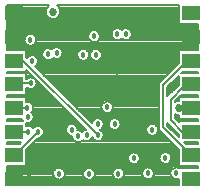
<source format=gbl>
G04 DipTrace Beta 2.3.5.2*
%INsubMicroLRS.GBL*%
%MOIN*%
%ADD13C,0.008*%
%ADD14C,0.005*%
%ADD15C,0.015*%
%ADD18C,0.007*%
%ADD30R,0.0591X0.0512*%
%ADD32C,0.018*%
%ADD34C,0.027*%
%ADD35C,0.03*%
%FSLAX44Y44*%
G04*
G70*
G90*
G75*
G01*
%LNBottom*%
%LPD*%
X3188Y1812D2*
D13*
X695Y4305D1*
X384D1*
X950Y3550D2*
X384D1*
Y3518D1*
X1190Y1930D2*
X416Y1156D1*
X384D1*
X875Y1937D2*
X870Y1943D1*
X384D1*
X6150Y5900D2*
D14*
X6170Y5880D1*
X6290D1*
Y3518D2*
D13*
X6192Y3420D1*
X6020D1*
X5610Y3010D1*
Y2328D1*
X5995Y1943D1*
X6290D1*
Y4305D2*
X6172Y4188D1*
X6058D1*
X5360Y3490D1*
Y2078D1*
X6282Y1156D1*
X6290D1*
X840Y2730D2*
X384D1*
X5880D2*
D15*
X6290D1*
D32*
X3188Y1812D3*
X3500Y2750D3*
X5000Y2000D3*
X950Y3550D3*
X3500Y2750D3*
X1525Y4525D3*
X1190Y1930D3*
X2312Y2000D3*
X3750Y2188D3*
X3840Y5188D3*
X2700Y4500D3*
X4125Y5188D3*
X3125Y4500D3*
X3188Y2187D3*
X3062Y5125D3*
X4390Y1050D3*
X2525Y1787D3*
X1000Y4290D3*
X5438Y1062D3*
X2812Y1812D3*
D34*
X5880Y2730D3*
X1688Y5937D3*
X5880Y2730D3*
D32*
X937Y5000D3*
X438Y6000D3*
X4100Y5950D3*
X840Y2730D3*
X2563Y3687D3*
X3812Y3938D3*
X6000Y5250D3*
X5750Y3500D3*
X375Y500D3*
X438Y4938D3*
X2125Y5563D3*
X850Y2430D3*
X875Y1937D3*
D35*
X6150Y5900D3*
D32*
X1812Y4562D3*
X880Y530D3*
X1890Y540D3*
X2890Y530D3*
X3870Y540D3*
X4860Y550D3*
X5800D3*
X162Y6076D2*
D18*
X1481D1*
X1894D2*
X5880D1*
X162Y6007D2*
X1448D1*
X1927D2*
X5880D1*
X162Y5938D2*
X1438D1*
X1938D2*
X5880D1*
X162Y5869D2*
X1448D1*
X1928D2*
X5880D1*
X162Y5801D2*
X1480D1*
X1895D2*
X5880D1*
X162Y5732D2*
X1552D1*
X1824D2*
X5880D1*
X162Y5663D2*
X5880D1*
X162Y5595D2*
X5880D1*
X162Y5526D2*
X5880D1*
X162Y5457D2*
X6531D1*
X162Y5389D2*
X6531D1*
X162Y5320D2*
X3023D1*
X3103D2*
X3686D1*
X4278D2*
X6531D1*
X162Y5251D2*
X2904D1*
X3222D2*
X3646D1*
X4319D2*
X6531D1*
X162Y5183D2*
X855D1*
X1020D2*
X2867D1*
X3259D2*
X3635D1*
X4330D2*
X6531D1*
X162Y5114D2*
X769D1*
X1106D2*
X2858D1*
X3267D2*
X3650D1*
X4316D2*
X6531D1*
X162Y5045D2*
X738D1*
X1137D2*
X2874D1*
X3250D2*
X3696D1*
X4270D2*
X6531D1*
X162Y4977D2*
X734D1*
X1140D2*
X2924D1*
X3200D2*
X6531D1*
X162Y4908D2*
X756D1*
X1120D2*
X6531D1*
X162Y4839D2*
X816D1*
X1059D2*
X6531D1*
X162Y4770D2*
X6531D1*
X162Y4702D2*
X1429D1*
X1621D2*
X1666D1*
X1960D2*
X6531D1*
X795Y4633D2*
X1353D1*
X2004D2*
X2547D1*
X2853D2*
X2972D1*
X3279D2*
X5880D1*
X795Y4564D2*
X1324D1*
X2018D2*
X2506D1*
X2894D2*
X2932D1*
X3319D2*
X5880D1*
X795Y4496D2*
X1322D1*
X2006D2*
X2496D1*
X3330D2*
X5880D1*
X795Y4427D2*
X851D1*
X1149D2*
X1346D1*
X1964D2*
X2509D1*
X2890D2*
X2934D1*
X3316D2*
X5880D1*
X1193Y4358D2*
X1412D1*
X1638D2*
X2555D1*
X2844D2*
X2980D1*
X3270D2*
X5880D1*
X1205Y4290D2*
X5880D1*
X1192Y4221D2*
X5875D1*
X1149Y4152D2*
X5807D1*
X1133Y4084D2*
X5738D1*
X1201Y4015D2*
X5669D1*
X795Y3946D2*
X839D1*
X1269D2*
X5601D1*
X795Y3878D2*
X907D1*
X1338D2*
X5532D1*
X795Y3809D2*
X975D1*
X1407D2*
X5463D1*
X795Y3740D2*
X889D1*
X1011D2*
X1044D1*
X1476D2*
X5394D1*
X5826D2*
X5880D1*
X1544Y3671D2*
X5325D1*
X5757D2*
X5880D1*
X1148Y3603D2*
X1181D1*
X1613D2*
X5257D1*
X5688D2*
X5880D1*
X1153Y3534D2*
X1250D1*
X1682D2*
X5213D1*
X5620D2*
X5880D1*
X1136Y3465D2*
X1319D1*
X1751D2*
X5205D1*
X5551D2*
X5849D1*
X795Y3397D2*
X818D1*
X1081D2*
X1388D1*
X1820D2*
X5205D1*
X5514D2*
X5781D1*
X795Y3328D2*
X1457D1*
X1887D2*
X5205D1*
X5514D2*
X5712D1*
X795Y3259D2*
X1524D1*
X1956D2*
X5205D1*
X5514D2*
X5644D1*
X795Y3191D2*
X1593D1*
X2025D2*
X5205D1*
X5514D2*
X5575D1*
X162Y3122D2*
X1662D1*
X2094D2*
X5205D1*
X5938D2*
X6531D1*
X795Y3053D2*
X1731D1*
X2163D2*
X5205D1*
X795Y2985D2*
X1800D1*
X2231D2*
X5205D1*
X5801D2*
X5880D1*
X914Y2916D2*
X1868D1*
X2300D2*
X3386D1*
X3614D2*
X5205D1*
X1006Y2847D2*
X1937D1*
X2369D2*
X3320D1*
X3679D2*
X5205D1*
X1039Y2779D2*
X2006D1*
X2438D2*
X3297D1*
X3703D2*
X5205D1*
X1044Y2710D2*
X2075D1*
X2506D2*
X3300D1*
X3701D2*
X5205D1*
X1023Y2641D2*
X2144D1*
X2574D2*
X3328D1*
X3672D2*
X5205D1*
X994Y2572D2*
X2211D1*
X2643D2*
X3406D1*
X3594D2*
X5205D1*
X1041Y2504D2*
X2280D1*
X2712D2*
X5205D1*
X1055Y2435D2*
X2349D1*
X2781D2*
X5205D1*
X5765D2*
X5880D1*
X162Y2366D2*
X656D1*
X1044D2*
X2418D1*
X2850D2*
X3096D1*
X3279D2*
X3658D1*
X3841D2*
X5205D1*
X5787D2*
X6531D1*
X1004Y2298D2*
X2487D1*
X2918D2*
X3016D1*
X3358D2*
X3579D1*
X3921D2*
X5205D1*
X5856D2*
X5880D1*
X795Y2229D2*
X2555D1*
X3388D2*
X3550D1*
X3950D2*
X5205D1*
X795Y2160D2*
X2189D1*
X2435D2*
X2624D1*
X3390D2*
X3547D1*
X3952D2*
X4878D1*
X5123D2*
X5205D1*
X5514D2*
X5562D1*
X1006Y2092D2*
X1069D1*
X1311D2*
X2130D1*
X2494D2*
X2693D1*
X3367D2*
X3570D1*
X3929D2*
X4818D1*
X5182D2*
X5205D1*
X5561D2*
X5630D1*
X1371Y2023D2*
X2110D1*
X2516D2*
X2762D1*
X3304D2*
X3633D1*
X3867D2*
X4797D1*
X5630D2*
X5698D1*
X1393Y1954D2*
X2113D1*
X2638D2*
X2667D1*
X3332D2*
X4800D1*
X5199D2*
X5267D1*
X5699D2*
X5767D1*
X1390Y1886D2*
X2145D1*
X3378D2*
X4832D1*
X5169D2*
X5336D1*
X5768D2*
X5836D1*
X1359Y1817D2*
X2231D1*
X3392D2*
X4918D1*
X5081D2*
X5405D1*
X5837D2*
X5881D1*
X1275Y1748D2*
X2324D1*
X3381D2*
X5474D1*
X1156Y1680D2*
X2352D1*
X2966D2*
X3034D1*
X3341D2*
X5542D1*
X1087Y1611D2*
X2429D1*
X2620D2*
X5611D1*
X162Y1542D2*
X586D1*
X1018D2*
X5680D1*
X6111D2*
X6531D1*
X949Y1473D2*
X5749D1*
X881Y1405D2*
X5817D1*
X812Y1336D2*
X5880D1*
X795Y1267D2*
X5880D1*
X795Y1199D2*
X4252D1*
X4528D2*
X5287D1*
X5588D2*
X5880D1*
X795Y1130D2*
X4202D1*
X4578D2*
X5244D1*
X5630D2*
X5880D1*
X795Y1061D2*
X4186D1*
X4594D2*
X5232D1*
X5642D2*
X5880D1*
X795Y993D2*
X4194D1*
X4586D2*
X5245D1*
X5629D2*
X5880D1*
X795Y924D2*
X4230D1*
X4550D2*
X5289D1*
X5585D2*
X5880D1*
X795Y855D2*
X4349D1*
X4431D2*
X5880D1*
X162Y787D2*
X6531D1*
X162Y718D2*
X1797D1*
X1984D2*
X2822D1*
X2958D2*
X3777D1*
X3963D2*
X4749D1*
X4972D2*
X5688D1*
X162Y649D2*
X1718D1*
X2061D2*
X2725D1*
X3054D2*
X3698D1*
X4042D2*
X4682D1*
X5038D2*
X5622D1*
X162Y581D2*
X1690D1*
X2091D2*
X2692D1*
X3088D2*
X3669D1*
X4071D2*
X4658D1*
X5063D2*
X5598D1*
X162Y512D2*
X1687D1*
X2093D2*
X2686D1*
X3094D2*
X3667D1*
X4073D2*
X4659D1*
X5061D2*
X5599D1*
X162Y443D2*
X1710D1*
X2069D2*
X2706D1*
X3074D2*
X3691D1*
X4050D2*
X4687D1*
X5033D2*
X5627D1*
X162Y374D2*
X1775D1*
X2006D2*
X2762D1*
X3019D2*
X3755D1*
X3985D2*
X4762D1*
X4958D2*
X5703D1*
X162Y306D2*
X5880D1*
X162Y237D2*
X5880D1*
X162Y168D2*
X5880D1*
X6539Y5516D2*
X5887D1*
Y6145D1*
X5733Y6144D1*
X1814D1*
X1856Y6113D1*
X1879Y6087D1*
X1899Y6058D1*
X1914Y6026D1*
X1924Y5993D1*
X1930Y5937D1*
X1928Y5903D1*
X1920Y5868D1*
X1908Y5836D1*
X1891Y5805D1*
X1870Y5777D1*
X1845Y5753D1*
X1817Y5732D1*
X1786Y5716D1*
X1753Y5704D1*
X1719Y5697D1*
X1684Y5695D1*
X1649Y5698D1*
X1615Y5706D1*
X1582Y5719D1*
X1552Y5736D1*
X1525Y5757D1*
X1500Y5783D1*
X1480Y5811D1*
X1464Y5842D1*
X1453Y5875D1*
X1446Y5910D1*
X1445Y5945D1*
X1448Y5980D1*
X1457Y6013D1*
X1470Y6046D1*
X1488Y6076D1*
X1510Y6103D1*
X1536Y6127D1*
X1562Y6145D1*
X938Y6144D1*
X155D1*
X156Y4669D1*
X788D1*
Y4421D1*
X826Y4383D1*
X834Y4397D1*
X855Y4425D1*
X881Y4448D1*
X911Y4467D1*
X944Y4480D1*
X978Y4487D1*
X1013D1*
X1047Y4482D1*
X1080Y4471D1*
X1111Y4454D1*
X1138Y4432D1*
X1161Y4405D1*
X1179Y4375D1*
X1191Y4342D1*
X1198Y4290D1*
X1195Y4255D1*
X1186Y4221D1*
X1171Y4190D1*
X1150Y4161D1*
X1125Y4137D1*
X1093Y4116D1*
X2992Y2217D1*
X3005Y2264D1*
X3021Y2295D1*
X3043Y2322D1*
X3069Y2346D1*
X3099Y2364D1*
X3131Y2377D1*
X3165Y2384D1*
X3200Y2385D1*
X3235Y2380D1*
X3268Y2368D1*
X3299Y2351D1*
X3326Y2329D1*
X3348Y2303D1*
X3366Y2272D1*
X3378Y2240D1*
X3385Y2187D1*
X3382Y2153D1*
X3373Y2119D1*
X3358Y2087D1*
X3338Y2059D1*
X3313Y2034D1*
X3284Y2015D1*
X3251Y2000D1*
X3299Y1976D1*
X3326Y1954D1*
X3348Y1928D1*
X3366Y1897D1*
X3378Y1865D1*
X3385Y1812D1*
X3382Y1778D1*
X3373Y1744D1*
X3358Y1712D1*
X3338Y1684D1*
X3313Y1659D1*
X3284Y1640D1*
X3252Y1626D1*
X3218Y1617D1*
X3183Y1615D1*
X3148Y1619D1*
X3115Y1628D1*
X3084Y1644D1*
X3056Y1665D1*
X3032Y1691D1*
X3013Y1720D1*
X3000Y1749D1*
X2983Y1712D1*
X2963Y1684D1*
X2938Y1659D1*
X2909Y1640D1*
X2877Y1626D1*
X2843Y1617D1*
X2808Y1615D1*
X2773Y1619D1*
X2740Y1628D1*
X2709Y1644D1*
X2680Y1666D1*
X2650Y1634D1*
X2621Y1615D1*
X2590Y1601D1*
X2556Y1592D1*
X2521Y1590D1*
X2486Y1594D1*
X2452Y1603D1*
X2421Y1619D1*
X2393Y1640D1*
X2369Y1666D1*
X2350Y1695D1*
X2337Y1727D1*
X2329Y1761D1*
X2328Y1804D1*
X2308Y1802D1*
X2273Y1806D1*
X2240Y1816D1*
X2209Y1832D1*
X2181Y1853D1*
X2157Y1878D1*
X2138Y1907D1*
X2124Y1940D1*
X2116Y1974D1*
X2115Y2009D1*
X2119Y2043D1*
X2130Y2077D1*
X2146Y2107D1*
X2168Y2135D1*
X2194Y2158D1*
X2224Y2177D1*
X2256Y2190D1*
X2290Y2197D1*
X2325D1*
X2360Y2192D1*
X2393Y2181D1*
X2424Y2164D1*
X2451Y2142D1*
X2473Y2115D1*
X2491Y2085D1*
X2503Y2052D1*
X2510Y2000D1*
X2509Y1984D1*
X2538Y1985D1*
X2572Y1980D1*
X2605Y1968D1*
X2636Y1951D1*
X2657Y1934D1*
X2668Y1947D1*
X2694Y1971D1*
X2724Y1989D1*
X2756Y2002D1*
X2783Y2008D1*
X787Y4004D1*
X788Y3941D1*
X154D1*
X155Y3881D1*
X788Y3882D1*
Y3697D1*
X819Y3698D1*
X861Y3727D1*
X894Y3740D1*
X928Y3747D1*
X963D1*
X997Y3742D1*
X1030Y3731D1*
X1061Y3714D1*
X1088Y3692D1*
X1111Y3665D1*
X1129Y3635D1*
X1141Y3602D1*
X1148Y3550D1*
X1145Y3515D1*
X1136Y3481D1*
X1121Y3450D1*
X1100Y3421D1*
X1075Y3397D1*
X1046Y3377D1*
X1015Y3363D1*
X981Y3355D1*
X946Y3352D1*
X911Y3356D1*
X877Y3366D1*
X846Y3382D1*
X819Y3402D1*
X787D1*
X788Y3154D1*
X154D1*
X155Y3094D1*
X788D1*
Y2920D1*
X818Y2927D1*
X853D1*
X887Y2922D1*
X920Y2911D1*
X951Y2894D1*
X978Y2872D1*
X1001Y2845D1*
X1019Y2815D1*
X1031Y2782D1*
X1038Y2730D1*
X1035Y2695D1*
X1026Y2661D1*
X1011Y2630D1*
X990Y2601D1*
X974Y2585D1*
X1011Y2545D1*
X1029Y2515D1*
X1041Y2482D1*
X1048Y2430D1*
X1045Y2395D1*
X1036Y2361D1*
X1021Y2330D1*
X1000Y2301D1*
X975Y2277D1*
X946Y2257D1*
X915Y2243D1*
X881Y2235D1*
X846Y2232D1*
X811Y2236D1*
X787Y2243D1*
X788Y2115D1*
X819Y2127D1*
X853Y2134D1*
X888Y2135D1*
X922Y2130D1*
X955Y2118D1*
X986Y2101D1*
X1013Y2079D1*
X1035Y2053D1*
X1071Y2088D1*
X1101Y2107D1*
X1134Y2120D1*
X1168Y2127D1*
X1203D1*
X1237Y2122D1*
X1270Y2111D1*
X1301Y2094D1*
X1328Y2072D1*
X1351Y2045D1*
X1369Y2015D1*
X1381Y1982D1*
X1388Y1930D1*
X1385Y1895D1*
X1376Y1861D1*
X1361Y1830D1*
X1340Y1801D1*
X1315Y1777D1*
X1286Y1757D1*
X1255Y1743D1*
X1221Y1735D1*
X1202Y1733D1*
X788Y1319D1*
Y792D1*
X154D1*
X155Y579D1*
Y155D1*
X5887D1*
Y373D1*
X5865Y363D1*
X5831Y355D1*
X5796Y352D1*
X5761Y356D1*
X5727Y366D1*
X5696Y382D1*
X5668Y403D1*
X5644Y428D1*
X5625Y457D1*
X5612Y490D1*
X5604Y524D1*
X5602Y559D1*
X5607Y593D1*
X5618Y627D1*
X5634Y657D1*
X5655Y685D1*
X5681Y708D1*
X5711Y727D1*
X5744Y740D1*
X5778Y747D1*
X5813D1*
X5847Y742D1*
X5887Y727D1*
Y732D1*
X6538D1*
Y793D1*
X6203Y792D1*
X5887D1*
Y1342D1*
X5255Y1973D1*
X5234Y2000D1*
X5219Y2032D1*
X5212Y2078D1*
Y3490D1*
X5216Y3525D1*
X5228Y3557D1*
X5255Y3595D1*
X5887Y4226D1*
Y4669D1*
X6538Y4670D1*
Y5515D1*
X6539Y3941D2*
X6020D1*
X5960Y3881D1*
X6538Y3882D1*
Y3943D1*
X6539Y3154D2*
X5964D1*
X5903Y3094D1*
X6538D1*
Y3155D1*
X5887Y3496D2*
Y3807D1*
X5507Y3428D1*
X5508Y3245D1*
Y3117D1*
X5887Y3496D1*
X6539Y2367D2*
X5887D1*
Y2488D1*
X5842Y2491D1*
X5808Y2499D1*
X5775Y2511D1*
X5758Y2520D1*
Y2388D1*
X5887Y2260D1*
Y2307D1*
X6538D1*
Y2368D1*
X6539Y1579D2*
X6066D1*
X6127Y1519D1*
X6538Y1520D1*
Y1580D1*
X5887Y1760D2*
Y1841D1*
X5508Y2221D1*
Y2139D1*
X5888Y1759D1*
X155Y1519D2*
X571D1*
X630Y1580D1*
X154Y1579D1*
X155Y1519D1*
Y2307D2*
X694Y2308D1*
X675Y2337D1*
X663Y2367D1*
X154D1*
X155Y2306D1*
X2007Y4528D2*
X1998Y4494D1*
X1983Y4462D1*
X1963Y4434D1*
X1938Y4409D1*
X1909Y4390D1*
X1877Y4376D1*
X1843Y4367D1*
X1808Y4365D1*
X1773Y4369D1*
X1740Y4378D1*
X1709Y4394D1*
X1687Y4410D1*
X1650Y4372D1*
X1621Y4352D1*
X1590Y4338D1*
X1556Y4330D1*
X1521Y4327D1*
X1486Y4331D1*
X1452Y4341D1*
X1421Y4357D1*
X1393Y4378D1*
X1369Y4403D1*
X1350Y4432D1*
X1337Y4465D1*
X1329Y4499D1*
X1327Y4534D1*
X1332Y4568D1*
X1343Y4602D1*
X1359Y4632D1*
X1380Y4660D1*
X1406Y4683D1*
X1436Y4702D1*
X1469Y4715D1*
X1503Y4722D1*
X1538D1*
X1572Y4717D1*
X1605Y4706D1*
X1636Y4689D1*
X1650Y4677D1*
X1668Y4697D1*
X1694Y4721D1*
X1724Y4739D1*
X1756Y4752D1*
X1790Y4759D1*
X1825Y4760D1*
X1860Y4755D1*
X1893Y4743D1*
X1924Y4726D1*
X1951Y4704D1*
X1973Y4678D1*
X1991Y4647D1*
X2003Y4615D1*
X2010Y4562D1*
X2007Y4528D1*
X2085Y505D2*
X2076Y471D1*
X2061Y440D1*
X2040Y411D1*
X2015Y387D1*
X1986Y367D1*
X1955Y353D1*
X1921Y345D1*
X1886Y342D1*
X1851Y346D1*
X1817Y356D1*
X1786Y372D1*
X1758Y393D1*
X1734Y418D1*
X1715Y447D1*
X1702Y480D1*
X1694Y514D1*
X1692Y549D1*
X1697Y583D1*
X1708Y617D1*
X1724Y647D1*
X1745Y675D1*
X1771Y698D1*
X1801Y717D1*
X1834Y730D1*
X1868Y737D1*
X1903D1*
X1937Y732D1*
X1970Y721D1*
X2001Y704D1*
X2028Y682D1*
X2051Y655D1*
X2069Y625D1*
X2081Y592D1*
X2088Y540D1*
X2085Y505D1*
X3085Y495D2*
X3076Y461D1*
X3061Y430D1*
X3040Y401D1*
X3015Y377D1*
X2986Y357D1*
X2955Y343D1*
X2921Y335D1*
X2886Y332D1*
X2851Y336D1*
X2817Y346D1*
X2786Y362D1*
X2758Y383D1*
X2734Y408D1*
X2715Y437D1*
X2702Y470D1*
X2694Y504D1*
X2692Y539D1*
X2697Y573D1*
X2708Y607D1*
X2724Y637D1*
X2745Y665D1*
X2771Y688D1*
X2801Y707D1*
X2834Y720D1*
X2868Y727D1*
X2903D1*
X2937Y722D1*
X2970Y711D1*
X3001Y694D1*
X3028Y672D1*
X3051Y645D1*
X3069Y615D1*
X3081Y582D1*
X3088Y530D1*
X3085Y495D1*
X4065Y505D2*
X4056Y471D1*
X4041Y440D1*
X4020Y411D1*
X3995Y387D1*
X3966Y367D1*
X3935Y353D1*
X3901Y345D1*
X3866Y342D1*
X3831Y346D1*
X3797Y356D1*
X3766Y372D1*
X3738Y393D1*
X3714Y418D1*
X3695Y447D1*
X3682Y480D1*
X3674Y514D1*
X3672Y549D1*
X3677Y583D1*
X3688Y617D1*
X3704Y647D1*
X3725Y675D1*
X3751Y698D1*
X3781Y717D1*
X3814Y730D1*
X3848Y737D1*
X3883D1*
X3917Y732D1*
X3950Y721D1*
X3981Y704D1*
X4008Y682D1*
X4031Y655D1*
X4049Y625D1*
X4061Y592D1*
X4068Y540D1*
X4065Y505D1*
X5055Y515D2*
X5046Y481D1*
X5031Y450D1*
X5010Y421D1*
X4985Y397D1*
X4956Y377D1*
X4925Y363D1*
X4891Y355D1*
X4856Y352D1*
X4821Y356D1*
X4787Y366D1*
X4756Y382D1*
X4728Y403D1*
X4704Y428D1*
X4685Y457D1*
X4672Y490D1*
X4664Y524D1*
X4662Y559D1*
X4667Y593D1*
X4678Y627D1*
X4694Y657D1*
X4715Y685D1*
X4741Y708D1*
X4771Y727D1*
X4804Y740D1*
X4838Y747D1*
X4873D1*
X4907Y742D1*
X4940Y731D1*
X4971Y714D1*
X4998Y692D1*
X5021Y665D1*
X5039Y635D1*
X5051Y602D1*
X5058Y550D1*
X5055Y515D1*
X3695Y2715D2*
X3686Y2681D1*
X3671Y2650D1*
X3650Y2621D1*
X3625Y2597D1*
X3596Y2577D1*
X3565Y2563D1*
X3531Y2555D1*
X3496Y2552D1*
X3461Y2556D1*
X3427Y2566D1*
X3396Y2582D1*
X3368Y2603D1*
X3344Y2628D1*
X3325Y2657D1*
X3312Y2690D1*
X3304Y2724D1*
X3302Y2759D1*
X3307Y2793D1*
X3318Y2827D1*
X3334Y2857D1*
X3355Y2885D1*
X3381Y2908D1*
X3411Y2927D1*
X3444Y2940D1*
X3478Y2947D1*
X3513D1*
X3547Y2942D1*
X3580Y2931D1*
X3611Y2914D1*
X3638Y2892D1*
X3661Y2865D1*
X3679Y2835D1*
X3691Y2802D1*
X3698Y2750D1*
X3695Y2715D1*
X5195Y1965D2*
X5186Y1931D1*
X5171Y1900D1*
X5150Y1871D1*
X5125Y1847D1*
X5096Y1827D1*
X5065Y1813D1*
X5031Y1805D1*
X4996Y1802D1*
X4961Y1806D1*
X4927Y1816D1*
X4896Y1832D1*
X4868Y1853D1*
X4844Y1878D1*
X4825Y1907D1*
X4812Y1940D1*
X4804Y1974D1*
X4802Y2009D1*
X4807Y2043D1*
X4818Y2077D1*
X4834Y2107D1*
X4855Y2135D1*
X4881Y2158D1*
X4911Y2177D1*
X4944Y2190D1*
X4978Y2197D1*
X5013D1*
X5047Y2192D1*
X5080Y2181D1*
X5111Y2164D1*
X5138Y2142D1*
X5161Y2115D1*
X5179Y2085D1*
X5191Y2052D1*
X5198Y2000D1*
X5195Y1965D1*
X3695Y2715D2*
X3686Y2681D1*
X3671Y2650D1*
X3650Y2621D1*
X3625Y2597D1*
X3596Y2577D1*
X3565Y2563D1*
X3531Y2555D1*
X3496Y2552D1*
X3461Y2556D1*
X3427Y2566D1*
X3396Y2582D1*
X3368Y2603D1*
X3344Y2628D1*
X3325Y2657D1*
X3312Y2690D1*
X3304Y2724D1*
X3302Y2759D1*
X3307Y2793D1*
X3318Y2827D1*
X3334Y2857D1*
X3355Y2885D1*
X3381Y2908D1*
X3411Y2927D1*
X3444Y2940D1*
X3478Y2947D1*
X3513D1*
X3547Y2942D1*
X3580Y2931D1*
X3611Y2914D1*
X3638Y2892D1*
X3661Y2865D1*
X3679Y2835D1*
X3691Y2802D1*
X3698Y2750D1*
X3695Y2715D1*
X3945Y2153D2*
X3936Y2119D1*
X3921Y2087D1*
X3900Y2059D1*
X3875Y2034D1*
X3846Y2015D1*
X3815Y2001D1*
X3781Y1992D1*
X3746Y1990D1*
X3711Y1994D1*
X3677Y2003D1*
X3646Y2019D1*
X3618Y2040D1*
X3594Y2066D1*
X3575Y2095D1*
X3562Y2127D1*
X3554Y2161D1*
X3552Y2196D1*
X3557Y2231D1*
X3568Y2264D1*
X3584Y2295D1*
X3605Y2323D1*
X3631Y2346D1*
X3661Y2364D1*
X3694Y2377D1*
X3728Y2384D1*
X3763Y2385D1*
X3797Y2380D1*
X3830Y2368D1*
X3861Y2351D1*
X3888Y2329D1*
X3911Y2303D1*
X3929Y2272D1*
X3941Y2240D1*
X3948Y2188D1*
X3945Y2153D1*
X3982Y5051D2*
X3965Y5034D1*
X3936Y5015D1*
X3905Y5001D1*
X3871Y4992D1*
X3836Y4990D1*
X3801Y4994D1*
X3767Y5003D1*
X3736Y5019D1*
X3708Y5040D1*
X3684Y5066D1*
X3665Y5095D1*
X3652Y5127D1*
X3644Y5161D1*
X3642Y5196D1*
X3647Y5231D1*
X3658Y5264D1*
X3674Y5295D1*
X3695Y5323D1*
X3721Y5346D1*
X3751Y5364D1*
X3784Y5377D1*
X3818Y5384D1*
X3853Y5385D1*
X3887Y5380D1*
X3920Y5368D1*
X3951Y5351D1*
X3982Y5325D1*
X4006Y5346D1*
X4036Y5364D1*
X4069Y5377D1*
X4103Y5384D1*
X4138Y5385D1*
X4172Y5380D1*
X4205Y5368D1*
X4236Y5351D1*
X4263Y5329D1*
X4286Y5303D1*
X4304Y5272D1*
X4316Y5240D1*
X4323Y5188D1*
X4320Y5153D1*
X4311Y5119D1*
X4296Y5087D1*
X4275Y5059D1*
X4250Y5034D1*
X4221Y5015D1*
X4190Y5001D1*
X4156Y4992D1*
X4121Y4990D1*
X4086Y4994D1*
X4052Y5003D1*
X4021Y5019D1*
X3993Y5040D1*
X3983Y5050D1*
X2895Y4465D2*
X2886Y4431D1*
X2871Y4400D1*
X2850Y4371D1*
X2825Y4347D1*
X2796Y4327D1*
X2765Y4313D1*
X2731Y4305D1*
X2696Y4302D1*
X2661Y4306D1*
X2627Y4316D1*
X2596Y4332D1*
X2568Y4353D1*
X2544Y4378D1*
X2525Y4407D1*
X2512Y4440D1*
X2504Y4474D1*
X2502Y4509D1*
X2507Y4543D1*
X2518Y4577D1*
X2534Y4607D1*
X2555Y4635D1*
X2581Y4658D1*
X2611Y4677D1*
X2644Y4690D1*
X2678Y4697D1*
X2713D1*
X2747Y4692D1*
X2780Y4681D1*
X2811Y4664D1*
X2838Y4642D1*
X2861Y4615D1*
X2879Y4585D1*
X2891Y4552D1*
X2898Y4500D1*
X2895Y4465D1*
X3320D2*
X3311Y4431D1*
X3296Y4400D1*
X3275Y4371D1*
X3250Y4347D1*
X3221Y4327D1*
X3190Y4313D1*
X3156Y4305D1*
X3121Y4302D1*
X3086Y4306D1*
X3052Y4316D1*
X3021Y4332D1*
X2993Y4353D1*
X2969Y4378D1*
X2950Y4407D1*
X2937Y4440D1*
X2929Y4474D1*
X2927Y4509D1*
X2932Y4543D1*
X2943Y4577D1*
X2959Y4607D1*
X2980Y4635D1*
X3006Y4658D1*
X3036Y4677D1*
X3069Y4690D1*
X3103Y4697D1*
X3138D1*
X3172Y4692D1*
X3205Y4681D1*
X3236Y4664D1*
X3263Y4642D1*
X3286Y4615D1*
X3304Y4585D1*
X3316Y4552D1*
X3323Y4500D1*
X3320Y4465D1*
X3257Y5090D2*
X3248Y5056D1*
X3233Y5025D1*
X3213Y4996D1*
X3188Y4972D1*
X3159Y4952D1*
X3127Y4938D1*
X3093Y4930D1*
X3058Y4927D1*
X3023Y4931D1*
X2990Y4941D1*
X2959Y4957D1*
X2931Y4978D1*
X2907Y5003D1*
X2888Y5032D1*
X2874Y5065D1*
X2866Y5099D1*
X2865Y5134D1*
X2869Y5168D1*
X2880Y5202D1*
X2896Y5232D1*
X2918Y5260D1*
X2944Y5283D1*
X2974Y5302D1*
X3006Y5315D1*
X3040Y5322D1*
X3075D1*
X3110Y5317D1*
X3143Y5306D1*
X3174Y5289D1*
X3201Y5267D1*
X3223Y5240D1*
X3241Y5210D1*
X3253Y5177D1*
X3260Y5125D1*
X3257Y5090D1*
X4585Y1015D2*
X4576Y981D1*
X4561Y950D1*
X4540Y921D1*
X4515Y897D1*
X4486Y877D1*
X4455Y863D1*
X4421Y855D1*
X4386Y852D1*
X4351Y856D1*
X4317Y866D1*
X4286Y882D1*
X4258Y903D1*
X4234Y928D1*
X4215Y957D1*
X4202Y990D1*
X4194Y1024D1*
X4192Y1059D1*
X4197Y1093D1*
X4208Y1127D1*
X4224Y1157D1*
X4245Y1185D1*
X4271Y1208D1*
X4301Y1227D1*
X4334Y1240D1*
X4368Y1247D1*
X4403D1*
X4437Y1242D1*
X4470Y1231D1*
X4501Y1214D1*
X4528Y1192D1*
X4551Y1165D1*
X4569Y1135D1*
X4581Y1102D1*
X4588Y1050D1*
X4585Y1015D1*
X5632Y1028D2*
X5623Y994D1*
X5608Y962D1*
X5588Y934D1*
X5563Y909D1*
X5534Y890D1*
X5502Y876D1*
X5468Y867D1*
X5433Y865D1*
X5398Y869D1*
X5365Y878D1*
X5334Y894D1*
X5306Y915D1*
X5282Y941D1*
X5263Y970D1*
X5249Y1002D1*
X5241Y1036D1*
X5240Y1071D1*
X5244Y1106D1*
X5255Y1139D1*
X5271Y1170D1*
X5293Y1197D1*
X5319Y1221D1*
X5349Y1239D1*
X5381Y1252D1*
X5415Y1259D1*
X5450Y1260D1*
X5485Y1255D1*
X5518Y1243D1*
X5549Y1226D1*
X5576Y1204D1*
X5598Y1178D1*
X5616Y1147D1*
X5628Y1115D1*
X5635Y1062D1*
X5632Y1028D1*
X5758Y2940D2*
X5788Y2955D1*
X5821Y2966D1*
X5856Y2972D1*
X5887Y2974D1*
Y3078D1*
X5757Y2948D1*
X5821Y2966D1*
X5856Y2972D1*
X5888Y2973D1*
X1132Y4965D2*
X1123Y4931D1*
X1108Y4900D1*
X1088Y4871D1*
X1063Y4847D1*
X1034Y4827D1*
X1002Y4813D1*
X968Y4805D1*
X933Y4802D1*
X898Y4806D1*
X865Y4816D1*
X834Y4832D1*
X806Y4853D1*
X782Y4878D1*
X763Y4907D1*
X749Y4940D1*
X741Y4974D1*
X740Y5009D1*
X744Y5043D1*
X755Y5077D1*
X771Y5107D1*
X793Y5135D1*
X819Y5158D1*
X849Y5177D1*
X881Y5190D1*
X915Y5197D1*
X950D1*
X985Y5192D1*
X1018Y5181D1*
X1049Y5164D1*
X1076Y5142D1*
X1098Y5115D1*
X1116Y5085D1*
X1128Y5052D1*
X1135Y5000D1*
X1132Y4965D1*
D30*
X6290Y5880D3*
Y5093D3*
Y4305D3*
Y3518D3*
Y2730D3*
Y1943D3*
Y1156D3*
Y368D3*
X384D3*
Y1156D3*
Y1943D3*
Y2730D3*
Y3518D3*
Y4305D3*
Y5093D3*
Y5880D3*
M02*

</source>
